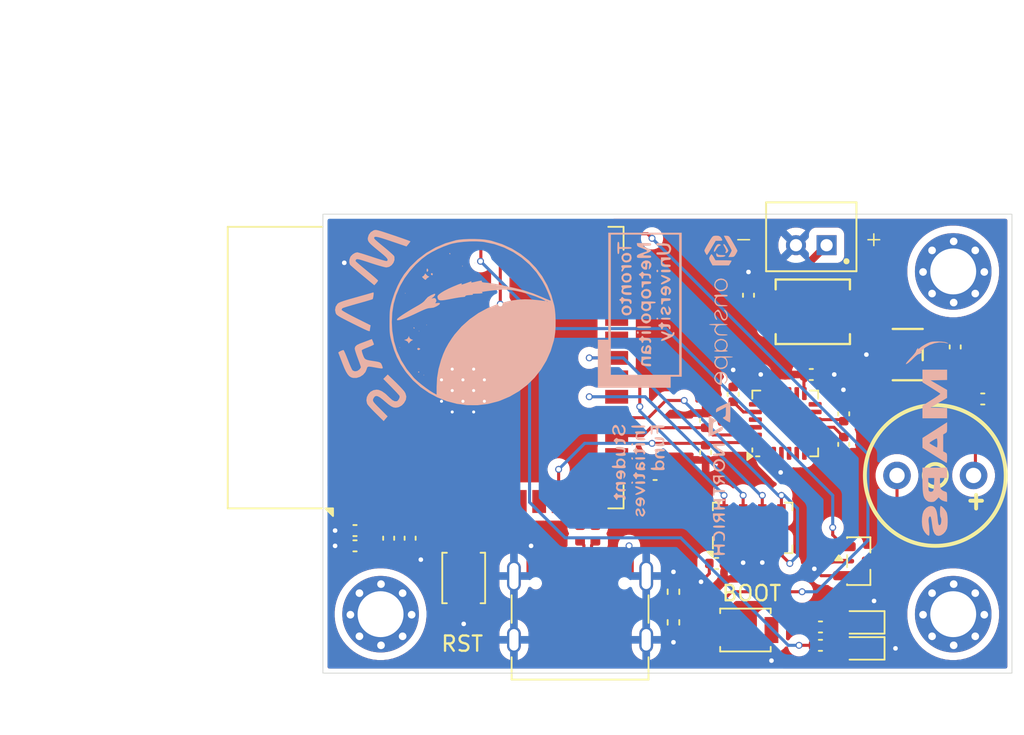
<source format=kicad_pcb>
(kicad_pcb (version 20241229) (generator "pcbnew") (generator_version "9.0")
  (title_block (title "MARS F25 Board") (date "2025-11-07") (rev "v1.0.1") (company "Metropolitan Aerospace Rocket Society") (comment 1 "Author: Anthony Dalgliesh"))
  (layers (0 "F.Cu" signal) (2 "B.Cu" signal) (13 "F.Paste" user) (15 "B.Paste" user) (5 "F.SilkS" user "F.Silkscreen") (7 "B.SilkS" user "B.Silkscreen") (1 "F.Mask" user) (3 "B.Mask" user) (25 "Edge.Cuts" user))
  (net 0 "")
  (net 1 "+3V3")
  (net 2 "Net-(U2-CPOUT)")
  (net 3 "Net-(U2-REGOUT)")
  (net 4 "BAT+")
  (net 5 "BAT-")
  (net 6 "Net-(LS1-Pad1)")
  (net 7 "Net-(Q1-D)")
  (net 8 "/SDA")
  (net 9 "/SCL")
  (net 24 "/MOSI")
  (net 25 "/ESP_EN")
  (net 26 "/ESP_IO0")
  (net 27 "Net-(U5-VIN)")
  (net 28 "Net-(D1-A)")
  (net 29 "Net-(D2-A)")
  (net 30 "Net-(J4-CC1)")
  (net 33 "USB_D-")
  (net 36 "USB_D+")
  (net 40 "Net-(J4-CC2)")
  (net 41 "/BUZZER")
  (net 42 "/LED")
  (net 43 "Net-(U4-GPIO3)")
  (net 56 "/SCK")
  (net 59 "/CS")
  (net 65 "/MISO")
  (footprint "Capacitor_SMD:C_0402_1005Metric" (layer "F.Cu") (at 161.42 108.15 180)
    (property "Reference" "C9" (hide yes))
    (property "Value" "0.1uF")
    (pad "1" smd roundrect (at -0.48 0 180) (size 0.56 0.62) (layers "F.Cu" "F.Mask" "F.Paste") (net 1 "+3V3"))
    (pad "2" smd roundrect (at 0.48 0 180) (size 0.56 0.62) (layers "F.Cu" "F.Mask" "F.Paste") (net 5 "BAT-"))
  )
  (footprint "Capacitor_SMD:C_0402_1005Metric" (layer "F.Cu") (at 160.7 100.9 90)
    (property "Reference" "R2" (hide yes))
    (property "Value" "4.7k" (hide yes))
    (pad "1" smd roundrect (at -0.48 0 90) (size 0.56 0.62) (layers "F.Cu" "F.Mask" "F.Paste") (net 1 "+3V3"))
    (pad "2" smd roundrect (at 0.48 0 90) (size 0.56 0.62) (layers "F.Cu" "F.Mask" "F.Paste") (net 8 "/SDA"))
  )
  (footprint "Sensor_Motion:InvenSense_QFN-24_4x4mm_P0.5mm" (layer "F.Cu") (at 165.9 99 90)
    (property "Reference" "U2" (hide yes))
    (property "Value" "MPU-6050" (hide yes))
    (pad "1" smd roundrect (at -1.95 -1.25 90) (size 0.85 0.3) (layers "F.Cu" "F.Mask" "F.Paste") (net 5 "BAT-"))
    (pad "2" smd roundrect (at -1.95 -0.75 90) (size 0.85 0.3) (layers "F.Cu" "F.Mask" "F.Paste"))
    (pad "3" smd roundrect (at -1.95 -0.25 90) (size 0.85 0.3) (layers "F.Cu" "F.Mask" "F.Paste"))
    (pad "4" smd roundrect (at -1.95 0.25 90) (size 0.85 0.3) (layers "F.Cu" "F.Mask" "F.Paste"))
    (pad "5" smd roundrect (at -1.95 0.75 90) (size 0.85 0.3) (layers "F.Cu" "F.Mask" "F.Paste"))
    (pad "6" smd roundrect (at -1.95 1.25 90) (size 0.85 0.3) (layers "F.Cu" "F.Mask" "F.Paste"))
    (pad "7" smd roundrect (at -1.25 1.95 180) (size 0.85 0.3) (layers "F.Cu" "F.Mask" "F.Paste"))
    (pad "8" smd roundrect (at -0.75 1.95 180) (size 0.85 0.3) (layers "F.Cu" "F.Mask" "F.Paste") (net 1 "+3V3"))
    (pad "9" smd roundrect (at -0.25 1.95 180) (size 0.85 0.3) (layers "F.Cu" "F.Mask" "F.Paste") (net 5 "BAT-"))
    (pad "10" smd roundrect (at 0.25 1.95 180) (size 0.85 0.3) (layers "F.Cu" "F.Mask" "F.Paste") (net 3 "Net-(U2-REGOUT)"))
    (pad "11" smd roundrect (at 0.75 1.95 180) (size 0.85 0.3) (layers "F.Cu" "F.Mask" "F.Paste") (net 5 "BAT-"))
    (pad "12" smd roundrect (at 1.25 1.95 180) (size 0.85 0.3) (layers "F.Cu" "F.Mask" "F.Paste"))
    (pad "13" smd roundrect (at 1.95 1.25 90) (size 0.85 0.3) (layers "F.Cu" "F.Mask" "F.Paste") (net 1 "+3V3"))
    (pad "14" smd roundrect (at 1.95 0.75 90) (size 0.85 0.3) (layers "F.Cu" "F.Mask" "F.Paste"))
    (pad "15" smd roundrect (at 1.95 0.25 90) (size 0.85 0.3) (layers "F.Cu" "F.Mask" "F.Paste"))
    (pad "16" smd roundrect (at 1.95 -0.25 90) (size 0.85 0.3) (layers "F.Cu" "F.Mask" "F.Paste"))
    (pad "17" smd roundrect (at 1.95 -0.75 90) (size 0.85 0.3) (layers "F.Cu" "F.Mask" "F.Paste"))
    (pad "18" smd roundrect (at 1.95 -1.25 90) (size 0.85 0.3) (layers "F.Cu" "F.Mask" "F.Paste") (net 5 "BAT-"))
    (pad "19" smd roundrect (at 1.25 -1.95 180) (size 0.85 0.3) (layers "F.Cu" "F.Mask" "F.Paste"))
    (pad "20" smd roundrect (at 0.75 -1.95 180) (size 0.85 0.3) (layers "F.Cu" "F.Mask" "F.Paste") (net 2 "Net-(U2-CPOUT)"))
    (pad "21" smd roundrect (at 0.25 -1.95 180) (size 0.85 0.3) (layers "F.Cu" "F.Mask" "F.Paste"))
    (pad "22" smd roundrect (at -0.25 -1.95 180) (size 0.85 0.3) (layers "F.Cu" "F.Mask" "F.Paste"))
    (pad "23" smd roundrect (at -0.75 -1.95 180) (size 0.85 0.3) (layers "F.Cu" "F.Mask" "F.Paste") (net 9 "/SCL"))
    (pad "24" smd roundrect (at -1.25 -1.95 180) (size 0.85 0.3) (layers "F.Cu" "F.Mask" "F.Paste") (net 8 "/SDA"))
    (zone (net 0) (net_name "") (layer "F.Cu") (connect_pads (clearance 0)) (min_thickness 0.254)
      (keepout (tracks not_allowed) (vias not_allowed) (pads not_allowed) (copperpour not_allowed) (footprints allowed))
      (fill (thermal_gap 0.508) (thermal_bridge_width 0.508))
      (polygon (pts (xy 164.575 100.375) (xy 164.575 97.625) (xy 167.225 97.625) (xy 167.225 100.375)))
    )
  )
  (footprint "Mount:hole" (layer "F.Cu") (at 139.5 111.5)
    (property "Reference" "H3" (hide yes))
    (property "Value" "MountingHole" (hide yes))
    (pad "1" thru_hole circle (at -2 0 90) (size 0.6 0.6) (drill 0.5) (layers "*.Cu" "*.Mask"))
    (pad "1" thru_hole circle (at -1.41 -1.41 135) (size 0.6 0.6) (drill 0.5) (layers "*.Cu" "*.Mask"))
    (pad "1" thru_hole circle (at -1.41 1.41 225) (size 0.6 0.6) (drill 0.5) (layers "*.Cu" "*.Mask"))
    (pad "1" thru_hole circle (at -0.03 -0.035 90) (size 5 5) (drill 3) (layers "*.Cu" "*.Mask"))
    (pad "1" thru_hole circle (at 0 -2 225) (size 0.6 0.6) (drill 0.5) (layers "*.Cu" "*.Mask"))
    (pad "1" thru_hole circle (at 0 2 90) (size 0.6 0.6) (drill 0.5) (layers "*.Cu" "*.Mask"))
    (pad "1" thru_hole circle (at 1.41 -1.41 180) (size 0.6 0.6) (drill 0.5) (layers "*.Cu" "*.Mask"))
    (pad "1" thru_hole circle (at 1.41 1.41 90) (size 0.6 0.6) (drill 0.5) (layers "*.Cu" "*.Mask"))
    (pad "1" thru_hole circle (at 2 0 90) (size 0.6 0.6) (drill 0.5) (layers "*.Cu" "*.Mask"))
  )
  (footprint "RF_Module:ESP32-S3-WROOM-1" (layer "F.Cu") (at 142.39 95.35 90)
    (property "Reference" "U4" (hide yes))
    (property "Value" "ESP32-S3-WROOM-1-N8")
    (pad "1" smd rect (at -8.75 -5.26 90) (size 1.5 0.9) (layers "F.Cu" "F.Mask" "F.Paste") (net 5 "BAT-"))
    (pad "2" smd rect (at -8.75 -3.99 90) (size 1.5 0.9) (layers "F.Cu" "F.Mask" "F.Paste") (net 1 "+3V3"))
    (pad "3" smd rect (at -8.75 -2.72 90) (size 1.5 0.9) (layers "F.Cu" "F.Mask" "F.Paste") (net 25 "/ESP_EN"))
    (pad "4" smd rect (at -8.75 -1.45 90) (size 1.5 0.9) (layers "F.Cu" "F.Mask" "F.Paste"))
    (pad "5" smd rect (at -8.75 -0.18 90) (size 1.5 0.9) (layers "F.Cu" "F.Mask" "F.Paste"))
    (pad "6" smd rect (at -8.75 1.09 90) (size 1.5 0.9) (layers "F.Cu" "F.Mask" "F.Paste"))
    (pad "7" smd rect (at -8.75 2.36 90) (size 1.5 0.9) (layers "F.Cu" "F.Mask" "F.Paste"))
    (pad "8" smd rect (at -8.75 3.63 90) (size 1.5 0.9) (layers "F.Cu" "F.Mask" "F.Paste"))
    (pad "9" smd rect (at -8.75 4.9 90) (size 1.5 0.9) (layers "F.Cu" "F.Mask" "F.Paste"))
    (pad "10" smd rect (at -8.75 6.17 90) (size 1.5 0.9) (layers "F.Cu" "F.Mask" "F.Paste"))
    (pad "11" smd rect (at -8.75 7.44 90) (size 1.5 0.9) (layers "F.Cu" "F.Mask" "F.Paste"))
    (pad "12" smd rect (at -8.75 8.71 90) (size 1.5 0.9) (layers "F.Cu" "F.Mask" "F.Paste") (net 8 "/SDA"))
    (pad "13" smd rect (at -8.75 9.98 90) (size 1.5 0.9) (layers "F.Cu" "F.Mask" "F.Paste") (net 33 "USB_D-"))
    (pad "14" smd rect (at -8.75 11.25 270) (size 1.5 0.9) (layers "F.Cu" "F.Mask" "F.Paste") (net 36 "USB_D+"))
    (pad "15" smd rect (at -6.985 12.5) (size 1.5 0.9) (layers "F.Cu" "F.Mask" "F.Paste") (net 43 "Net-(U4-GPIO3)"))
    (pad "16" smd rect (at -5.715 12.5) (size 1.5 0.9) (layers "F.Cu" "F.Mask" "F.Paste"))
    (pad "17" smd rect (at -4.445 12.5) (size 1.5 0.9) (layers "F.Cu" "F.Mask" "F.Paste") (net 9 "/SCL"))
    (pad "18" smd rect (at -3.175 12.5) (size 1.5 0.9) (layers "F.Cu" "F.Mask" "F.Paste") (net 59 "/CS"))
    (pad "19" smd rect (at -1.905 12.5) (size 1.5 0.9) (layers "F.Cu" "F.Mask" "F.Paste") (net 24 "/MOSI"))
    (pad "20" smd rect (at -0.635 12.5) (size 1.5 0.9) (layers "F.Cu" "F.Mask" "F.Paste") (net 56 "/SCK"))
    (pad "21" smd rect (at 0.635 12.5) (size 1.5 0.9) (layers "F.Cu" "F.Mask" "F.Paste") (net 65 "/MISO"))
    (pad "22" smd rect (at 1.905 12.5) (size 1.5 0.9) (layers "F.Cu" "F.Mask" "F.Paste"))
    (pad "23" smd rect (at 3.175 12.5) (size 1.5 0.9) (layers "F.Cu" "F.Mask" "F.Paste"))
    (pad "24" smd rect (at 4.445 12.5) (size 1.5 0.9) (layers "F.Cu" "F.Mask" "F.Paste"))
    (pad "25" smd rect (at 5.715 12.5) (size 1.5 0.9) (layers "F.Cu" "F.Mask" "F.Paste"))
    (pad "26" smd rect (at 6.985 12.5) (size 1.5 0.9) (layers "F.Cu" "F.Mask" "F.Paste"))
    (pad "27" smd rect (at 8.75 11.25 90) (size 1.5 0.9) (layers "F.Cu" "F.Mask" "F.Paste") (net 26 "/ESP_IO0"))
    (pad "28" smd rect (at 8.75 9.98 90) (size 1.5 0.9) (layers "F.Cu" "F.Mask" "F.Paste"))
    (pad "29" smd rect (at 8.75 8.71 90) (size 1.5 0.9) (layers "F.Cu" "F.Mask" "F.Paste"))
    (pad "30" smd rect (at 8.75 7.44 90) (size 1.5 0.9) (layers "F.Cu" "F.Mask" "F.Paste"))
    (pad "31" smd rect (at 8.75 6.17 90) (size 1.5 0.9) (layers "F.Cu" "F.Mask" "F.Paste"))
    (pad "32" smd rect (at 8.75 4.9 90) (size 1.5 0.9) (layers "F.Cu" "F.Mask" "F.Paste") (net 42 "/LED"))
    (pad "33" smd rect (at 8.75 3.63 90) (size 1.5 0.9) (layers "F.Cu" "F.Mask" "F.Paste") (net 41 "/BUZZER"))
    (pad "34" smd rect (at 8.75 2.36 90) (size 1.5 0.9) (layers "F.Cu" "F.Mask" "F.Paste"))
    (pad "35" smd rect (at 8.75 1.09 90) (size 1.5 0.9) (layers "F.Cu" "F.Mask" "F.Paste"))
    (pad "36" smd rect (at 8.75 -0.18 90) (size 1.5 0.9) (layers "F.Cu" "F.Mask" "F.Paste"))
    (pad "37" smd rect (at 8.75 -1.45 90) (size 1.5 0.9) (layers "F.Cu" "F.Mask" "F.Paste"))
    (pad "38" smd rect (at 8.75 -2.72 90) (size 1.5 0.9) (layers "F.Cu" "F.Mask" "F.Paste"))
    (pad "39" smd rect (at 8.75 -3.99 90) (size 1.5 0.9) (layers "F.Cu" "F.Mask" "F.Paste"))
    (pad "40" smd rect (at 8.75 -5.26 90) (size 1.5 0.9) (layers "F.Cu" "F.Mask" "F.Paste") (net 5 "BAT-"))
    (pad "41" thru_hole circle (at -2.9 1.76 180) (size 0.6 0.6) (drill 0.2) (property pad_prop_heatsink) (layers "*.Cu" "F.Mask") (net 5 "BAT-"))
    (pad "41" thru_hole circle (at -2.9 3.16 90) (size 0.6 0.6) (drill 0.2) (property pad_prop_heatsink) (layers "*.Cu" "F.Mask") (net 5 "BAT-"))
    (pad "41" thru_hole circle (at -2.2 1.06 90) (size 0.6 0.6) (drill 0.2) (property pad_prop_heatsink) (layers "*.Cu" "F.Mask") (net 5 "BAT-"))
    (pad "41" thru_hole circle (at -2.2 2.46 90) (size 0.6 0.6) (drill 0.2) (property pad_prop_heatsink) (layers "*.Cu" "F.Mask") (net 5 "BAT-"))
    (pad "41" thru_hole circle (at -2.2 3.86 90) (size 0.6 0.6) (drill 0.2) (property pad_prop_heatsink) (layers "*.Cu" "F.Mask") (net 5 "BAT-"))
    (pad "41" thru_hole circle (at -1.5 1.76 90) (size 0.6 0.6) (drill 0.2) (property pad_prop_heatsink) (layers "*.Cu" "F.Mask") (net 5 "BAT-"))
    (pad "41" smd rect (at -1.5 2.46) (size 3.9 3.9) (property pad_prop_heatsink) (layers "F.Cu" "F.Mask") (net 5 "BAT-"))
    (pad "41" thru_hole circle (at -1.5 3.16 90) (size 0.6 0.6) (drill 0.2) (property pad_prop_heatsink) (layers "*.Cu" "F.Mask") (net 5 "BAT-"))
    (pad "41" thru_hole circle (at -0.8 1.06 90) (size 0.6 0.6) (drill 0.2) (property pad_prop_heatsink) (layers "*.Cu" "F.Mask") (net 5 "BAT-"))
    (pad "41" thru_hole circle (at -0.8 2.46 90) (size 0.6 0.6) (drill 0.2) (property pad_prop_heatsink) (layers "*.Cu" "F.Mask") (net 5 "BAT-"))
    (pad "41" thru_hole circle (at -0.8 3.86 90) (size 0.6 0.6) (drill 0.2) (property pad_prop_heatsink) (layers "*.Cu" "F.Mask") (net 5 "BAT-"))
    (pad "41" thru_hole circle (at -0.1 1.76 90) (size 0.6 0.6) (drill 0.2) (property pad_prop_heatsink) (layers "*.Cu" "F.Mask") (net 5 "BAT-"))
    (pad "41" thru_hole circle (at -0.1 3.16 90) (size 0.6 0.6) (drill 0.2) (property pad_prop_heatsink) (layers "*.Cu" "F.Mask") (net 5 "BAT-"))
    (zone (net 0) (net_name "") (layers "F.Cu" "B.Cu") (connect_pads (clearance 0)) (min_thickness 0.254)
      (keepout (tracks not_allowed) (vias not_allowed) (pads not_allowed) (copperpour not_allowed) (footprints not_allowed))
      (fill (thermal_gap 0.508) (thermal_bridge_width 0.508))
      (polygon (pts (xy 135.64 119.35) (xy 135.64 71.35) (xy 114.64 71.35) (xy 114.64 119.35)))
    )
  )
  (footprint "B2B-PH-K-S:JST_B2B-PH-K-S" (layer "F.Cu") (at 167.6 86.8)
    (property "Reference" "J3" (hide yes))
    (property "Value" "B2B-PH-K-S" (hide yes))
    (pad "1" thru_hole rect (at 1 0.55) (size 1.308 1.308) (drill 0.8) (layers "*.Cu" "*.Mask") (net 4 "BAT+"))
    (pad "2" thru_hole circle (at -1 0.55) (size 1.308 1.308) (drill 0.8) (layers "*.Cu" "*.Mask") (net 5 "BAT-"))
  )
  (footprint "Resistor_SMD:R_0402_1005Metric" (layer "F.Cu") (at 158.6 112 90)
    (property "Reference" "R6" (hide yes))
    (property "Value" "5.1k" (hide yes))
    (pad "1" smd roundrect (at -0.509999 0 90) (size 0.54 0.64) (layers "F.Cu" "F.Mask" "F.Paste") (net 5 "BAT-"))
    (pad "2" smd roundrect (at 0.509999 0 90) (size 0.54 0.64) (layers "F.Cu" "F.Mask" "F.Paste") (net 30 "Net-(J4-CC1)"))
  )
  (footprint "Connector_USB:USB_C_Receptacle_Palconn_UTC16-G" (layer "F.Cu") (at 152.5 110.9)
    (property "Reference" "J4" (hide yes))
    (property "Value" "USB_C_Receptacle_USB2.0_16P")
    (pad "" np_thru_hole circle (at -2.89 -1.45 180) (size 0.6 0.6) (drill 0.6) (layers "*.Cu" "*.Mask"))
    (pad "" np_thru_hole circle (at 2.89 -1.45 180) (size 0.6 0.6) (drill 0.6) (layers "*.Cu" "*.Mask"))
    (pad "A1" smd rect (at -3.2 -2.51) (size 0.6 1.16) (layers "F.Cu" "F.Mask" "F.Paste") (net 5 "BAT-"))
    (pad "A4" smd rect (at -2.4 -2.51) (size 0.6 1.16) (layers "F.Cu" "F.Mask" "F.Paste"))
    (pad "A5" smd rect (at -1.25 -2.51 180) (size 0.3 1.16) (layers "F.Cu" "F.Mask" "F.Paste") (net 30 "Net-(J4-CC1)"))
    (pad "A6" smd rect (at -0.25 -2.51 180) (size 0.3 1.16) (layers "F.Cu" "F.Mask" "F.Paste") (net 36 "USB_D+"))
    (pad "A7" smd rect (at 0.25 -2.51 180) (size 0.3 1.16) (layers "F.Cu" "F.Mask" "F.Paste") (net 33 "USB_D-"))
    (pad "A8" smd rect (at 1.25 -2.51 180) (size 0.3 1.16) (layers "F.Cu" "F.Mask" "F.Paste"))
    (pad "A9" smd rect (at 2.4 -2.51) (size 0.6 1.16) (layers "F.Cu" "F.Mask" "F.Paste"))
    (pad "A12" smd rect (at 3.2 -2.51) (size 0.6 1.16) (layers "F.Cu" "F.Mask" "F.Paste") (net 5 "BAT-"))
    (pad "B1" smd rect (at 3.2 -2.51) (size 0.6 1.16) (layers "F.Cu" "F.Mask" "F.Paste") (net 5 "BAT-"))
    (pad "B4" smd rect (at 2.4 -2.51) (size 0.6 1.16) (layers "F.Cu" "F.Mask" "F.Paste"))
    (pad "B5" smd rect (at 1.75 -2.51 180) (size 0.3 1.16) (layers "F.Cu" "F.Mask" "F.Paste") (net 40 "Net-(J4-CC2)"))
    (pad "B6" smd rect (at 0.75 -2.51 180) (size 0.3 1.16) (layers "F.Cu" "F.Mask" "F.Paste") (net 36 "USB_D+"))
    (pad "B7" smd rect (at -0.75 -2.51 180) (size 0.3 1.16) (layers "F.Cu" "F.Mask" "F.Paste") (net 33 "USB_D-"))
    (pad "B8" smd rect (at -1.75 -2.51 180) (size 0.3 1.16) (layers "F.Cu" "F.Mask" "F.Paste"))
    (pad "B9" smd rect (at -2.4 -2.51) (size 0.6 1.16) (layers "F.Cu" "F.Mask" "F.Paste"))
    (pad "B12" smd rect (at -3.2 -2.51) (size 0.6 1.16) (layers "F.Cu" "F.Mask" "F.Paste") (net 5 "BAT-"))
    (pad "S1" thru_hole oval (at -4.32 -1.93 90) (size 2 0.9) (drill oval 1.7 0.6) (property pad_prop_heatsink) (layers "*.Cu" "*.Mask") (net 5 "BAT-"))
    (pad "S1" thru_hole oval (at -4.32 2.24 90) (size 1.7 0.9) (drill oval 1.4 0.6) (property pad_prop_heatsink) (layers "*.Cu" "*.Mask") (net 5 "BAT-"))
    (pad "S1" thru_hole oval (at 4.32 -1.93 90) (size 2 0.9) (drill oval 1.7 0.6) (property pad_prop_heatsink) (layers "*.Cu" "*.Mask") (net 5 "BAT-"))
    (pad "S1" thru_hole oval (at 4.32 2.24 90) (size 1.7 0.9) (drill oval 1.4 0.6) (property pad_prop_heatsink) (layers "*.Cu" "*.Mask") (net 5 "BAT-"))
  )
  (footprint "Capacitor_SMD:C_0402_1005Metric" (layer "F.Cu") (at 168.2 112.3)
    (property "Reference" "R7" (hide yes))
    (property "Value" "1.5k" (hide yes))
    (pad "1" smd roundrect (at -0.48 0) (size 0.56 0.62) (layers "F.Cu" "F.Mask" "F.Paste") (net 1 "+3V3"))
    (pad "2" smd roundrect (at 0.48 0) (size 0.56 0.62) (layers "F.Cu" "F.Mask" "F.Paste") (net 29 "Net-(D2-A)"))
  )
  (footprint "Capacitor_SMD:C_0402_1005Metric" (layer "F.Cu") (at 157.4 102.335)
    (property "Reference" "R5" (hide yes))
    (property "Value" "10k" (hide yes))
    (pad "1" smd roundrect (at -0.48 0) (size 0.56 0.62) (layers "F.Cu" "F.Mask" "F.Paste") (net 43 "Net-(U4-GPIO3)"))
    (pad "2" smd roundrect (at 0.48 0) (size 0.56 0.62) (layers "F.Cu" "F.Mask" "F.Paste") (net 1 "+3V3"))
  )
  (footprint "Capacitor_SMD:C_0402_1005Metric" (layer "F.Cu") (at 137.8 106)
    (property "Reference" "C1" (hide yes))
    (property "Value" "10uF" (hide yes))
    (pad "1" smd roundrect (at -0.48 0) (size 0.56 0.62) (layers "F.Cu" "F.Mask" "F.Paste") (net 5 "BAT-"))
    (pad "2" smd roundrect (at 0.48 0) (size 0.56 0.62) (layers "F.Cu" "F.Mask" "F.Paste") (net 1 "+3V3"))
  )
  (footprint "Capacitor_SMD:C_0402_1005Metric" (layer "F.Cu") (at 160.7 98.8 -90)
    (property "Reference" "R3" (hide yes))
    (property "Value" "4.7k" (hide yes))
    (pad "1" smd roundrect (at -0.48 0 270) (size 0.56 0.62) (layers "F.Cu" "F.Mask" "F.Paste") (net 1 "+3V3"))
    (pad "2" smd roundrect (at 0.48 0 270) (size 0.56 0.62) (layers "F.Cu" "F.Mask" "F.Paste") (net 9 "/SCL"))
  )
  (footprint "Diode:DIODE_SMB_2L_ONS" (layer "F.Cu") (at 167.7 91.7 180)
    (property "Reference" "CR1" (hide yes))
    (property "Value" "MBRS130LT3G" (hide yes))
    (pad "1" smd rect (at -2.1717 0 180) (size 1.9558 2.2606) (layers "F.Cu" "F.Mask" "F.Paste") (net 27 "Net-(U5-VIN)"))
    (pad "2" smd rect (at 2.1717 0 180) (size 1.9558 2.2606) (layers "F.Cu" "F.Mask" "F.Paste") (net 4 "BAT+"))
    (zone (net 0) (net_name "") (layer "F.Cu") (connect_pads (clearance 0)) (min_thickness 0.254)
      (keepout (tracks not_allowed) (vias not_allowed) (pads allowed) (copperpour not_allowed) (footprints allowed))
      (fill (thermal_gap 0.508) (thermal_bridge_width 0.508))
      (polygon (pts (xy 168.843 93.6304) (xy 166.557 93.6304) (xy 166.557 89.7696) (xy 168.843 89.7696)))
    )
  )
  (footprint "HNB09A03:HNB09A03" (layer "F.Cu") (at 175.7 102.4 180)
    (property "Reference" "LS1" (hide yes))
    (property "Value" "HNB09A03" (hide yes))
    (pad "1" thru_hole circle (at -2.5003 0 180) (size 1.8 1.8) (drill 1 (offset 0.00031 0)) (layers "*.Cu" "*.Mask") (net 6 "Net-(LS1-Pad1)"))
    (pad "2" thru_hole circle (at 2.49979 0 180) (size 1.8 1.8) (drill 1 (offset 0.0002 0)) (layers "*.Cu" "*.Mask") (net 7 "Net-(Q1-D)"))
  )
  (footprint "Package_LGA:LGA-8_3x5mm_P1.25mm" (layer "F.Cu") (at 163.775 105.825 90)
    (property "Reference" "U1" (hide yes))
    (property "Value" "MS5611-01BA")
    (pad "1" smd rect (at -1.075 -1.875 90) (size 0.95 0.55) (layers "F.Cu" "F.Mask" "F.Paste") (net 1 "+3V3"))
    (pad "2" smd rect (at -1.075 -0.625 90) (size 0.95 0.55) (layers "F.Cu" "F.Mask" "F.Paste") (net 5 "BAT-"))
    (pad "3" smd rect (at -1.075 0.625 90) (size 0.95 0.55) (layers "F.Cu" "F.Mask" "F.Paste") (net 5 "BAT-"))
    (pad "4" smd rect (at -1.075 1.875 90) (size 0.95 0.55) (layers "F.Cu" "F.Mask" "F.Paste") (net 59 "/CS"))
    (pad "5" smd rect (at 1.075 1.875 90) (size 0.95 0.55) (layers "F.Cu" "F.Mask" "F.Paste") (net 59 "/CS"))
    (pad "6" smd rect (at 1.075 0.625 90) (size 0.95 0.55) (layers "F.Cu" "F.Mask" "F.Paste") (net 65 "/MISO"))
    (pad "7" smd rect (at 1.075 -0.625 90) (size 0.95 0.55) (layers "F.Cu" "F.Mask" "F.Paste") (net 24 "/MOSI"))
    (pad "8" smd rect (at 1.075 -1.875 90) (size 0.95 0.55) (layers "F.Cu" "F.Mask" "F.Paste") (net 56 "/SCK"))
  )
  (footprint "Package_TO_SOT_SMD:SOT-23" (layer "F.Cu") (at 170.7 108)
    (property "Reference" "Q1" (hide yes))
    (property "Value" "IRLML6244")
    (pad "1" smd roundrect (at -0.9375 -0.95) (size 1.475 0.6) (layers "F.Cu" "F.Mask" "F.Paste") (net 41 "/BUZZER"))
    (pad "2" smd roundrect (at -0.9375 0.95) (size 1.475 0.6) (layers "F.Cu" "F.Mask" "F.Paste") (net 5 "BAT-"))
    (pad "3" smd roundrect (at 0.9375 0) (size 1.475 0.6) (layers "F.Cu" "F.Mask" "F.Paste") (net 7 "Net-(Q1-D)"))
  )
  (footprint "LED_SMD:LED_0603_1608Metric" (layer "F.Cu") (at 170.9 112 180)
    (property "Reference" "D2" (hide yes))
    (property "Value" "LED" (hide yes))
    (pad "1" smd roundrect (at -0.787501 0 180) (size 0.875 0.95) (layers "F.Cu" "F.Mask" "F.Paste") (net 5 "BAT-"))
    (pad "2" smd roundrect (at 0.787501 0 180) (size 0.875 0.95) (layers "F.Cu" "F.Mask" "F.Paste") (net 29 "Net-(D2-A)"))
  )
  (footprint "Capacitor_SMD:C_0402_1005Metric" (layer "F.Cu") (at 169.719999 98.37 90)
    (property "Reference" "C7" (hide yes))
    (property "Value" "0.1uF" (hide yes))
    (pad "1" smd roundrect (at -0.48 0 90) (size 0.56 0.62) (layers "F.Cu" "F.Mask" "F.Paste") (net 3 "Net-(U2-REGOUT)"))
    (pad "2" smd roundrect (at 0.48 0 90) (size 0.56 0.62) (layers "F.Cu" "F.Mask" "F.Paste") (net 5 "BAT-"))
  )
  (footprint "Capacitor_SMD:C_0402_1005Metric" (layer "F.Cu") (at 168.2 113.5)
    (property "Reference" "R1" (hide yes))
    (property "Value" "2k" (hide yes))
    (pad "1" smd roundrect (at -0.48 0) (size 0.56 0.62) (layers "F.Cu" "F.Mask" "F.Paste") (net 42 "/LED"))
    (pad "2" smd roundrect (at 0.48 0) (size 0.56 0.62) (layers "F.Cu" "F.Mask" "F.Paste") (net 28 "Net-(D1-A)"))
  )
  (footprint "Button_Switch_SMD:SW_SPST_B3U-1000P" (layer "F.Cu") (at 144.9 109.1 90)
    (property "Reference" "SW1" (hide yes))
    (property "Value" "RESET" (hide yes))
    (pad "1" smd rect (at -1.700001 0 90) (size 0.9 1.7) (layers "F.Cu" "F.Mask" "F.Paste") (net 5 "BAT-"))
    (pad "2" smd rect (at 1.700001 0 90) (size 0.9 1.7) (layers "F.Cu" "F.Mask" "F.Paste") (net 25 "/ESP_EN"))
  )
  (footprint "Mount:hole" (layer "F.Cu") (at 176.9 89.1)
    (property "Reference" "H1" (hide yes))
    (property "Value" "MountingHole" (hide yes))
    (pad "1" thru_hole circle (at -2 0 90) (size 0.6 0.6) (drill 0.5) (layers "*.Cu" "*.Mask"))
    (pad "1" thru_hole circle (at -1.41 -1.41 135) (size 0.6 0.6) (drill 0.5) (layers "*.Cu" "*.Mask"))
    (pad "1" thru_hole circle (at -1.41 1.41 225) (size 0.6 0.6) (drill 0.5) (layers "*.Cu" "*.Mask"))
    (pad "1" thru_hole circle (at -0.03 -0.035 90) (size 5 5) (drill 3) (layers "*.Cu" "*.Mask"))
    (pad "1" thru_hole circle (at 0 -2 225) (size 0.6 0.6) (drill 0.5) (layers "*.Cu" "*.Mask"))
    (pad "1" thru_hole circle (at 0 2 90) (size 0.6 0.6) (drill 0.5) (layers "*.Cu" "*.Mask"))
    (pad "1" thru_hole circle (at 1.41 -1.41 180) (size 0.6 0.6) (drill 0.5) (layers "*.Cu" "*.Mask"))
    (pad "1" thru_hole circle (at 1.41 1.41 90) (size 0.6 0.6) (drill 0.5) (layers "*.Cu" "*.Mask"))
    (pad "1" thru_hole circle (at 2 0 90) (size 0.6 0.6) (drill 0.5) (layers "*.Cu" "*.Mask"))
  )
  (footprint "Capacitor_SMD:C_0402_1005Metric" (layer "F.Cu") (at 140 106.5 -90)
    (property "Reference" "R11" (hide yes))
    (property "Value" "10k" (hide yes))
    (pad "1" smd roundrect (at -0.48 0 270) (size 0.56 0.62) (layers "F.Cu" "F.Mask" "F.Paste") (net 25 "/ESP_EN"))
    (pad "2" smd roundrect (at 0.48 0 270) (size 0.56 0.62) (layers "F.Cu" "F.Mask" "F.Paste") (net 1 "+3V3"))
  )
  (footprint "Capacitor_SMD:C_0402_1005Metric" (layer "F.Cu") (at 141.4 106.5 -90)
    (property "Reference" "C3" (hide yes))
    (property "Value" "1uF" (hide yes))
    (pad "1" smd roundrect (at -0.48 0 270) (size 0.56 0.62) (layers "F.Cu" "F.Mask" "F.Paste") (net 25 "/ESP_EN"))
    (pad "2" smd roundrect (at 0.48 0 270) (size 0.56 0.62) (layers "F.Cu" "F.Mask" "F.Paste") (net 5 "BAT-"))
  )
  (footprint "Capacitor_SMD:C_0402_1005Metric" (layer "F.Cu") (at 177 94 -90)
    (property "Reference" "C11" (hide yes))
    (property "Value" "1uF" (hide yes))
    (pad "1" smd roundrect (at -0.48 0 270) (size 0.56 0.62) (layers "F.Cu" "F.Mask" "F.Paste") (net 1 "+3V3"))
    (pad "2" smd roundrect (at 0.48 0 270) (size 0.56 0.62) (layers "F.Cu" "F.Mask" "F.Paste") (net 5 "BAT-"))
  )
  (footprint "LDO:SOT_RG1_DIO" (layer "F.Cu") (at 173.9 94.5)
    (property "Reference" "U5" (hide yes))
    (property "Value" "AP2112K-3.3" (hide yes))
    (pad "1" smd rect (at -1.35255 -0.950001) (size 1.0033 0.508) (layers "F.Cu" "F.Mask" "F.Paste") (net 27 "Net-(U5-VIN)"))
    (pad "2" smd rect (at -1.35255 0) (size 1.0033 0.508) (layers "F.Cu" "F.Mask" "F.Paste") (net 5 "BAT-"))
    (pad "3" smd rect (at -1.35255 0.950001) (size 1.0033 0.508) (layers "F.Cu" "F.Mask" "F.Paste") (net 1 "+3V3"))
    (pad "4" smd rect (at 1.35255 0.950001) (size 1.0033 0.508) (layers "F.Cu" "F.Mask" "F.Paste"))
    (pad "5" smd rect (at 1.35255 -0.950001) (size 1.0033 0.508) (layers "F.Cu" "F.Mask" "F.Paste") (net 1 "+3V3"))
  )
  (footprint "Capacitor_SMD:C_0402_1005Metric" (layer "F.Cu") (at 178.8002 97.4 180)
    (property "Reference" "R4" (hide yes))
    (property "Value" "1k" (hide yes))
    (pad "1" smd roundrect (at -0.48 0 180) (size 0.56 0.62) (layers "F.Cu" "F.Mask" "F.Paste") (net 1 "+3V3"))
    (pad "2" smd roundrect (at 0.48 0 180) (size 0.56 0.62) (layers "F.Cu" "F.Mask" "F.Paste") (net 6 "Net-(LS1-Pad1)"))
  )
  (footprint "Capacitor_SMD:C_0402_1005Metric" (layer "F.Cu") (at 169.719999 100.37 -90)
    (property "Reference" "C4" (hide yes))
    (property "Value" "10nF" (hide yes))
    (pad "1" smd roundrect (at -0.48 0 270) (size 0.56 0.62) (layers "F.Cu" "F.Mask" "F.Paste") (net 5 "BAT-"))
    (pad "2" smd roundrect (at 0.48 0 270) (size 0.56 0.62) (layers "F.Cu" "F.Mask" "F.Paste") (net 1 "+3V3"))
  )
  (footprint "Resistor_SMD:R_0402_1005Metric" (layer "F.Cu") (at 153.5 106.2 90)
    (property "Reference" "R16" (hide yes))
    (property "Value" "27" (hide yes))
    (pad "1" smd roundrect (at -0.509999 0 90) (size 0.54 0.64) (layers "F.Cu" "F.Mask" "F.Paste") (net 36 "USB_D+"))
    (pad "2" smd roundrect (at 0.509999 0 90) (size 0.54 0.64) (layers "F.Cu" "F.Mask" "F.Paste") (net 36 "USB_D+"))
  )
  (footprint "Button_Switch_SMD:SW_SPST_B3U-1000P" (layer "F.Cu") (at 163.3 112.5 180)
    (property "Reference" "SW2" (hide yes))
    (property "Value" "BOOT" (hide yes))
    (pad "1" smd rect (at -1.700001 0 180) (size 0.9 1.7) (layers "F.Cu" "F.Mask" "F.Paste") (net 5 "BAT-"))
    (pad "2" smd rect (at 1.700001 0 180) (size 0.9 1.7) (layers "F.Cu" "F.Mask" "F.Paste") (net 26 "/ESP_IO0"))
  )
  (footprint "Capacitor_SMD:C_0402_1005Metric" (layer "F.Cu") (at 137.8 107)
    (property "Reference" "C2" (hide yes))
    (property "Value" "0.1uF" (hide yes))
    (pad "1" smd roundrect (at -0.48 0) (size 0.56 0.62) (layers "F.Cu" "F.Mask" "F.Paste") (net 5 "BAT-"))
    (pad "2" smd roundrect (at 0.48 0) (size 0.56 0.62) (layers "F.Cu" "F.Mask" "F.Paste") (net 1 "+3V3"))
  )
  (footprint "Capacitor_SMD:C_0402_1005Metric" (layer "F.Cu") (at 163.5 90.62 90)
    (property "Reference" "C10" (hide yes))
    (property "Value" "1uF" (hide yes))
    (pad "1" smd roundrect (at -0.48 0 90) (size 0.56 0.62) (layers "F.Cu" "F.Mask" "F.Paste") (net 4 "BAT+"))
    (pad "2" smd roundrect (at 0.48 0 90) (size 0.56 0.62) (layers "F.Cu" "F.Mask" "F.Paste") (net 5 "BAT-"))
  )
  (footprint "Resistor_SMD:R_0402_1005Metric" (layer "F.Cu") (at 158.6 110 90)
    (property "Reference" "R12" (hide yes))
    (property "Value" "5.1k" (hide yes))
    (pad "1" smd roundrect (at -0.509999 0 90) (size 0.54 0.64) (layers "F.Cu" "F.Mask" "F.Paste") (net 40 "Net-(J4-CC2)"))
    (pad "2" smd roundrect (at 0.509999 0 90) (size 0.54 0.64) (layers "F.Cu" "F.Mask" "F.Paste") (net 5 "BAT-"))
  )
  (footprint "Capacitor_SMD:C_0402_1005Metric" (layer "F.Cu") (at 162.5 97.1 90)
    (property "Reference" "C6" (hide yes))
    (property "Value" "2.2nF" (hide yes))
    (pad "1" smd roundrect (at -0.48 0 90) (size 0.56 0.62) (layers "F.Cu" "F.Mask" "F.Paste") (net 2 "Net-(U2-CPOUT)"))
    (pad "2" smd roundrect (at 0.48 0 90) (size 0.56 0.62) (layers "F.Cu" "F.Mask" "F.Paste") (net 5 "BAT-"))
  )
  (footprint "Capacitor_SMD:C_0402_1005Metric" (layer "F.Cu") (at 167.6 95.8 180)
    (property "Reference" "C5" (hide yes))
    (property "Value" "0.1uF" (hide yes))
    (pad "1" smd roundrect (at -0.48 0 180) (size 0.56 0.62) (layers "F.Cu" "F.Mask" "F.Paste") (net 5 "BAT-"))
    (pad "2" smd roundrect (at 0.48 0 180) (size 0.56 0.62) (layers "F.Cu" "F.Mask" "F.Paste") (net 1 "+3V3"))
  )
  (footprint "LED_SMD:LED_0603_1608Metric" (layer "F.Cu") (at 170.9 113.7 180)
    (property "Reference" "D1" (hide yes))
    (property "Value" "LED" (hide yes))
    (pad "1" smd roundrect (at -0.787501 0 180) (size 0.875 0.95) (layers "F.Cu" "F.Mask" "F.Paste") (net 5 "BAT-"))
    (pad "2" smd roundrect (at 0.787501 0 180) (size 0.875 0.95) (layers "F.Cu" "F.Mask" "F.Paste") (net 28 "Net-(D1-A)"))
  )
  (footprint "Mount:hole" (layer "F.Cu") (at 176.9 111.5)
    (property "Reference" "H2" (hide yes))
    (property "Value" "MountingHole" (hide yes))
    (pad "1" thru_hole circle (at -2 0 90) (size 0.6 0.6) (drill 0.5) (layers "*.Cu" "*.Mask"))
    (pad "1" thru_hole circle (at -1.41 -1.41 135) (size 0.6 0.6) (drill 0.5) (layers "*.Cu" "*.Mask"))
    (pad "1" thru_hole circle (at -1.41 1.41 225) (size 0.6 0.6) (drill 0.5) (layers "*.Cu" "*.Mask"))
    (pad "1" thru_hole circle (at -0.03 -0.035 90) (size 5 5) (drill 3) (layers "*.Cu" "*.Mask"))
    (pad "1" thru_hole circle (at 0 -2 225) (size 0.6 0.6) (drill 0.5) (layers "*.Cu" "*.Mask"))
    (pad "1" thru_hole circle (at 0 2 90) (size 0.6 0.6) (drill 0.5) (layers "*.Cu" "*.Mask"))
    (pad "1" thru_hole circle (at 1.41 -1.41 180) (size 0.6 0.6) (drill 0.5) (layers "*.Cu" "*.Mask"))
    (pad "1" thru_hole circle (at 1.41 1.41 90) (size 0.6 0.6) (drill 0.5) (layers "*.Cu" "*.Mask"))
    (pad "1" thru_hole circle (at 2 0 90) (size 0.6 0.6) (drill 0.5) (layers "*.Cu" "*.Mask"))
  )
  (footprint "Resistor_SMD:R_0402_1005Metric" (layer "F.Cu") (at 152.5 106.2 90)
    (property "Reference" "R17" (hide yes))
    (property "Value" "27" (hide yes))
    (pad "1" smd roundrect (at -0.509999 0 90) (size 0.54 0.64) (layers "F.Cu" "F.Mask" "F.Paste") (net 33 "USB_D-"))
    (pad "2" smd roundrect (at 0.509999 0 90) (size 0.54 0.64) (layers "F.Cu" "F.Mask" "F.Paste") (net 33 "USB_D-"))
  )
  (footprint "LOGO" (layer "B.Cu") (at 161.7 91.6 -90)
    (property "Reference" "G***" (hide yes))
    (property "Value" "LOGO" (hide yes))
  )
  (footprint "LOGO" (layer "B.Cu") (at 156.4 91.6 -90)
    (property "Reference" "G***" (hide yes))
    (property "Value" "LOGO" (hide yes))
  )
  (footprint "LOGO" (layer "B.Cu") (at 161.6 102.6 -90)
    (property "Reference" "G***" (hide yes))
    (property "Value" "LOGO" (hide yes))
  )
  (footprint "LOGO" (layer "B.Cu") (at 175.2 100 -90)
    (property "Reference" "G***" (hide yes))
    (property "Value" "LOGO" (hide yes))
  )
  (footprint "LOGO" (layer "B.Cu") (at 143.624286 92.042049 -90)
    (property "Reference" "G***" (hide yes))
    (property "Value" "LOGO" (hide yes))
  )
  (footprint "LOGO" (layer "B.Cu") (at 156.3 102.1 -90)
    (property "Reference" "G***" (hide yes))
    (property "Value" "LOGO" (hide yes))
  )
  (gr_rect (start 135.705 85.32) (end 180.705 115.32) (stroke (width 0.05)) (fill no) (layer "Edge.Cuts"))
  (gr_text "RST" (at 144.8 113.4 0) (layer "F.SilkS") (effects (font (size 1 1))))
  (gr_text "+" (at 171 87.5 0) (layer "F.SilkS") (effects (font (size 1 1) (thickness 0.1)) (justify left bottom)))
  (gr_text "-" (at 162.5 87.5 0) (layer "F.SilkS") (effects (font (size 1 1) (thickness 0.1)) (justify left bottom)))
  (gr_text "BOOT" (at 163.7 110.1 0) (layer "F.SilkS") (effects (font (size 1 1))))
  (segment (start 138.4 105.98) (end 138.38 106) (width 0.2) (layer "F.Cu") (net 1))
  (segment (start 167.12 95.8) (end 167.12 97.02) (width 0.2) (layer "F.Cu") (net 1))
  (segment (start 138.4 104.1) (end 138.4 105.98) (width 0.2) (layer "F.Cu") (net 1))
  (segment (start 167.12 97.02) (end 167.15 97.05) (width 0.2) (layer "F.Cu") (net 1))
  (segment (start 138.38 106) (end 138.38 107) (width 0.2) (layer "F.Cu") (net 1))
  (segment (start 163.17 98.25) (end 163.95 98.25) (width 0.2) (layer "F.Cu") (net 2))
  (segment (start 162.5 97.58) (end 163.17 98.25) (width 0.2) (layer "F.Cu") (net 2))
  (segment (start 167.85 98.75) (end 169.619999 98.75) (width 0.2) (layer "F.Cu") (net 3))
  (segment (start 169.619999 98.75) (end 169.719999 98.85) (width 0.2) (layer "F.Cu") (net 3))
  (segment (start 168.6 87.35) (end 165.5283 90.4217) (width 0.5) (layer "F.Cu") (net 4))
  (segment (start 163.6 91.1) (end 164.2 91.7) (width 0.2) (layer "F.Cu") (net 4))
  (segment (start 164.2 91.7) (end 165.5283 91.7) (width 0.2) (layer "F.Cu") (net 4))
  (segment (start 163.5 91.1) (end 163.6 91.1) (width 0.2) (layer "F.Cu") (net 4))
  (segment (start 165.5283 90.4217) (end 165.5283 91.7) (width 0.5) (layer "F.Cu") (net 4))
  (segment (start 141.4 107.2) (end 142.1 107.9) (width 0.2) (layer "F.Cu") (net 5))
  (segment (start 168.25 108.95) (end 169.7625 108.95) (width 0.2) (layer "F.Cu") (net 5))
  (segment (start 164.65 100.95) (end 164.65 101.408824) (width 0.2) (layer "F.Cu") (net 5))
  (segment (start 164.3 95.8) (end 164.3 96.7) (width 0.2) (layer "F.Cu") (net 5))
  (segment (start 137.42 107) (end 136.5 107) (width 0.2) (layer "F.Cu") (net 5))
  (segment (start 169.079999 99.25) (end 169.719999 99.89) (width 0.2) (layer "F.Cu") (net 5))
  (segment (start 137.13 105.81) (end 137.32 106) (width 0.2) (layer "F.Cu") (net 5))
  (segment (start 163.5 89.1) (end 163.5 90.14) (width 0.2) (layer "F.Cu") (net 5))
  (segment (start 168.08 95.8) (end 169.1 95.8) (width 0.2) (layer "F.Cu") (net 5))
  (segment (start 167.8 108.5) (end 168.25 108.95) (width 0.2) (layer "F.Cu") (net 5))
  (segment (start 169.7 97.870001) (end 169.719999 97.89) (width 0.2) (layer "F.Cu") (net 5))
  (segment (start 137.13 104.1) (end 137.13 105.81) (width 0.2) (layer "F.Cu") (net 5))
  (segment (start 149.3 107) (end 149.3 108.39) (width 0.2) (layer "F.Cu") (net 5))
  (segment (start 167.85 99.25) (end 169.079999 99.25) (width 0.2) (layer "F.Cu") (net 5))
  (segment (start 164.65 101.408824) (end 165.441176 102.2) (width 0.2) (layer "F.Cu") (net 5))
  (segment (start 165.441176 102.2) (end 165.6 102.2) (width 0.2) (layer "F.Cu") (net 5))
  (segment (start 171.687501 113.7) (end 173.1 113.7) (width 0.2) (layer "F.Cu") (net 5))
  (segment (start 155.7 107) (end 155.7 108.39) (width 0.2) (layer "F.Cu") (net 5))
  (segment (start 164.4 106.9) (end 164.4 108.090509) (width 0.2) (layer "F.Cu") (net 5))
  (segment (start 160.94 108.81) (end 160.94 108.15) (width 0.2) (layer "F.Cu") (net 5))
  (segment (start 171.7 111.987501) (end 171.687501 112) (width 0.2) (layer "F.Cu") (net 5))
  (segment (start 165.000001 112.5) (end 165 114.5) (width 0.2) (layer "F.Cu") (net 5))
  (segment (start 160.4 109.35) (end 160.94 108.81) (width 0.2) (layer "F.Cu") (net 5))
  (segment (start 137.13 88.47) (end 137.1 88.5) (width 0.2) (layer "F.Cu") (net 5))
  (segment (start 164.3 96.7) (end 164.65 97.05) (width 0.2) (layer "F.Cu") (net 5))
  (segment (start 169.7 96.9) (end 169.7 97.870001) (width 0.2) (layer "F.Cu") (net 5))
  (segment (start 141.4 106.98) (end 141.4 107.2) (width 0.2) (layer "F.Cu") (net 5))
  (segment (start 171.7 110.6) (end 171.7 111.987501) (width 0.2) (layer "F.Cu") (net 5))
  (segment (start 171.2 94.5) (end 172.54745 94.5) (width 0.2) (layer "F.Cu") (net 5))
  (segment (start 162.5 95.5) (end 162.5 96.62) (width 0.2) (layer "F.Cu") (net 5))
  (segment (start 137.32 106) (end 136.5 106) (width 0.2) (layer "F.Cu") (net 5))
  (segment (start 144.9 110.800001) (end 144.9 112.1) (width 0.2) (layer "F.Cu") (net 5))
  (segment (start 158.6 108.7) (end 158.6 109.490001) (width 0.2) (layer "F.Cu") (net 5))
  (segment (start 163.15 106.9) (end 163.15 108.1) (width 0.2) (layer "F.Cu") (net 5))
  (segment (start 158.6 112.509999) (end 158.6 113.3) (width 0.2) (layer "F.Cu") (net 5))
  (segment (start 137.13 86.6) (end 137.13 88.47) (width 0.2) (layer "F.Cu") (net 5))
  (via (at 149.3 107) (size 0.45) (drill 0.3) (layers "F.Cu" "B.Cu") (net 5))
  (via (at 167.8 108.5) (size 0.45) (drill 0.3) (layers "F.Cu" "B.Cu") (net 5))
  (via (at 171.2 94.5) (size 0.45) (drill 0.3) (layers "F.Cu" "B.Cu") (net 5))
  (via (at 162.5 95.5) (size 0.45) (drill 0.3) (layers "F.Cu" "B.Cu") (net 5))
  (via (at 165 114.5) (size 0.45) (drill 0.3) (layers "F.Cu" "B.Cu") (net 5))
  (via (at 163.15 108.1) (size 0.45) (drill 0.3) (layers "F.Cu" "B.Cu") (net 5))
  (via (at 158.6 113.3) (size 0.45) (drill 0.3) (layers "F.Cu" "B.Cu") (net 5))
  (via (at 164.4 108.090509) (size 0.45) (drill 0.3) (layers "F.Cu" "B.Cu") (net 5))
  (via (at 160.4 109.35) (size 0.45) (drill 0.3) (layers "F.Cu" "B.Cu") (net 5))
  (via (at 136.5 107) (size 0.45) (drill 0.3) (layers "F.Cu" "B.Cu") (net 5))
  (via (at 155.7 107) (size 0.45) (drill 0.3) (layers "F.Cu" "B.Cu") (net 5))
  (via (at 137.1 88.5) (size 0.45) (drill 0.3) (layers "F.Cu" "B.Cu") (net 5))
  (via (at 142.1 107.9) (size 0.45) (drill 0.3) (layers "F.Cu" "B.Cu") (net 5))
  (via (at 173.1 113.7) (size 0.45) (drill 0.3) (layers "F.Cu" "B.Cu") (net 5))
  (via (at 144.9 112.1) (size 0.45) (drill 0.3) (layers "F.Cu" "B.Cu") (net 5))
  (via (at 164.3 95.8) (size 0.45) (drill 0.3) (layers "F.Cu" "B.Cu") (net 5))
  (via (at 169.1 95.8) (size 0.45) (drill 0.3) (layers "F.Cu" "B.Cu") (net 5))
  (via (at 171.7 110.6) (size 0.45) (drill 0.3) (layers "F.Cu" "B.Cu") (net 5))
  (via (at 169.7 96.8) (size 0.45) (drill 0.3) (layers "F.Cu" "B.Cu") (net 5))
  (via (at 136.5 106) (size 0.45) (drill 0.3) (layers "F.Cu" "B.Cu") (net 5))
  (via (at 158.6 108.7) (size 0.45) (drill 0.3) (layers "F.Cu" "B.Cu") (net 5))
  (via (at 163.5 89.1) (size 0.45) (drill 0.3) (layers "F.Cu" "B.Cu") (net 5))
  (via (at 165.6 102.2) (size 0.45) (drill 0.3) (layers "F.Cu" "B.Cu") (net 5))
  (segment (start 178.3202 102.2801) (end 178.2003 102.4) (width 0.2) (layer "F.Cu") (net 6))
  (segment (start 178.3202 97.4) (end 178.3202 102.2801) (width 0.2) (layer "F.Cu") (net 6))
  (segment (start 173.20021 106.43729) (end 171.6375 108) (width 0.2) (layer "F.Cu") (net 7))
  (segment (start 173.20021 102.4) (end 173.20021 106.43729) (width 0.2) (layer "F.Cu") (net 7))
  (segment (start 160.7 100.42) (end 160.87 100.25) (width 0.2) (layer "F.Cu") (net 8))
  (segment (start 157.2 100.3) (end 160.48 100.3) (width 0.2) (layer "F.Cu") (net 8))
  (segment (start 160.48 100.3) (end 160.7 100.52) (width 0.2) (layer "F.Cu") (net 8))
  (segment (start 160.7 100.52) (end 160.88 100.52) (width 0.2) (layer "F.Cu") (net 8))
  (segment (start 160.87 100.25) (end 163.95 100.25) (width 0.2) (layer "F.Cu") (net 8))
  (segment (start 151.1 104.1) (end 151.1 102) (width 0.2) (layer "F.Cu") (net 8))
  (via (at 157.2 100.3) (size 0.45) (drill 0.3) (layers "F.Cu" "B.Cu") (net 8))
  (via (at 151.1 102) (size 0.45) (drill 0.3) (layers "F.Cu" "B.Cu") (net 8))
  (segment (start 157.2 100.3) (end 152.8 100.3) (width 0.2) (layer "B.Cu") (net 8))
  (segment (start 152.8 100.3) (end 151.1 102) (width 0.2) (layer "B.Cu") (net 8))
  (segment (start 161.17 99.75) (end 163.95 99.75) (width 0.2) (layer "F.Cu") (net 9))
  (segment (start 155.93125 99.8) (end 156.6 99.8) (width 0.2) (layer "F.Cu") (net 9))
  (segment (start 157.2 99.28) (end 160.7 99.28) (width 0.2) (layer "F.Cu") (net 9))
  (segment (start 156.6 99.8) (end 157.12 99.28) (width 0.2) (layer "F.Cu") (net 9))
  (segment (start 160.7 99.28) (end 161.17 99.75) (width 0.2) (layer "F.Cu") (net 9))
  (segment (start 154.89 99.795) (end 155.92625 99.795) (width 0.2) (layer "F.Cu") (net 9))
  (segment (start 155.92625 99.795) (end 155.93125 99.8) (width 0.2) (layer "F.Cu") (net 9))
  (segment (start 157.12 99.28) (end 157.2 99.28) (width 0.2) (layer "F.Cu") (net 9))
  (segment (start 163.15 103.7) (end 163.15 104.75) (width 0.2) (layer "F.Cu") (net 24))
  (segment (start 153.1 97.255) (end 154.89 97.255) (width 0.2) (layer "F.Cu") (net 24))
  (segment (start 153.155 97.255) (end 153.1 97.2) (width 0.2) (layer "F.Cu") (net 24))
  (via (at 153.1 97.255) (size 0.45) (drill 0.3) (layers "F.Cu" "B.Cu") (net 24))
  (via (at 163.15 103.7) (size 0.45) (drill 0.3) (layers "F.Cu" "B.Cu") (net 24))
  (segment (start 153.1 97.2) (end 153.155 97.255) (width 0.2) (layer "B.Cu") (net 24))
  (segment (start 153.155 97.255) (end 156.755 97.255) (width 0.2) (layer "B.Cu") (net 24))
  (segment (start 163.15 103.65) (end 163.15 103.774999) (width 0.2) (layer "B.Cu") (net 24))
  (segment (start 156.755 97.255) (end 163.15 103.65) (width 0.2) (layer "B.Cu") (net 24))
  (segment (start 139.67 105.69) (end 140 106.02) (width 0.2) (layer "F.Cu") (net 25))
  (segment (start 139.67 104.1) (end 139.67 105.69) (width 0.2) (layer "F.Cu") (net 25))
  (segment (start 143.159999 107.399999) (end 144.9 107.399999) (width 0.2) (layer "F.Cu") (net 25))
  (segment (start 140 106.02) (end 141.4 106.02) (width 0.2) (layer "F.Cu") (net 25))
  (segment (start 141.78 106.02) (end 143.159999 107.399999) (width 0.2) (layer "F.Cu") (net 25))
  (segment (start 141.4 106.02) (end 141.78 106.02) (width 0.2) (layer "F.Cu") (net 25))
  (segment (start 153.64 86.6) (end 156.9 86.6) (width 0.2) (layer "F.Cu") (net 26))
  (segment (start 167 110) (end 162.4 110) (width 0.2) (layer "F.Cu") (net 26))
  (segment (start 161.599999 110.800001) (end 161.599999 112.5) (width 0.2) (layer "F.Cu") (net 26))
  (segment (start 162.4 110) (end 161.599999 110.800001) (width 0.2) (layer "F.Cu") (net 26))
  (segment (start 156.9 86.6) (end 157.2 86.9) (width 0.2) (layer "F.Cu") (net 26))
  (via (at 167 110) (size 0.45) (drill 0.3) (layers "F.Cu" "B.Cu") (net 26))
  (via (at 157.2 86.9) (size 0.45) (drill 0.3) (layers "F.Cu" "B.Cu") (net 26))
  (segment (start 167.943877 110) (end 171.3 106.643877) (width 0.2) (layer "B.Cu") (net 26))
  (segment (start 171.3 101) (end 157.2 86.9) (width 0.2) (layer "B.Cu") (net 26))
  (segment (start 171.3 106.643877) (end 171.3 101) (width 0.2) (layer "B.Cu") (net 26))
  (segment (start 167 110) (end 167.943877 110) (width 0.2) (layer "B.Cu") (net 26))
  (segment (start 169.8717 91.7) (end 171.721699 93.549999) (width 0.2) (layer "F.Cu") (net 27))
  (segment (start 171.721699 93.549999) (end 172.54745 93.549999) (width 0.2) (layer "F.Cu") (net 27))
  (segment (start 168.88 113.7) (end 168.68 113.5) (width 0.2) (layer "F.Cu") (net 28))
  (segment (start 170.112499 113.7) (end 168.88 113.7) (width 0.2) (layer "F.Cu") (net 28))
  (segment (start 169.812499 112.3) (end 170.112499 112) (width 0.2) (layer "F.Cu") (net 29))
  (segment (start 168.68 112.3) (end 169.812499 112.3) (width 0.2) (layer "F.Cu") (net 29))
  (segment (start 151.25 109.222) (end 153.518001 111.490001) (width 0.2) (layer "F.Cu") (net 30))
  (segment (start 151.25 108.39) (end 151.25 109.222) (width 0.2) (layer "F.Cu") (net 30))
  (segment (start 153.518001 111.490001) (end 158.6 111.490001) (width 0.2) (layer "F.Cu") (net 30))
  (segment (start 151.9 107.6) (end 152.55 107.6) (width 0.2) (layer "F.Cu") (net 33))
  (segment (start 152.7 105.490001) (end 152.7 104.43) (width 0.2) (layer "F.Cu") (net 33))
  (segment (start 152.75 107.8) (end 152.75 108.39) (width 0.2) (layer "F.Cu") (net 33))
  (segment (start 152.7 104.43) (end 152.37 104.1) (width 0.2) (layer "F.Cu") (net 33))
  (segment (start 151.75 107.75) (end 151.9 107.6) (width 0.2) (layer "F.Cu") (net 33))
  (segment (start 152.75 106.959999) (end 152.75 107.4) (width 0.2) (layer "F.Cu") (net 33))
  (segment (start 152.5 106.709999) (end 152.75 106.959999) (width 0.2) (layer "F.Cu") (net 33))
  (segment (start 152.5 105.690001) (end 152.7 105.490001) (width 0.2) (layer "F.Cu") (net 33))
  (segment (start 152.55 107.6) (end 152.75 107.8) (width 0.2) (layer "F.Cu") (net 33))
  (segment (start 152.75 107.4) (end 152.75 108.39) (width 0.2) (layer "F.Cu") (net 33))
  (segment (start 151.75 108.39) (end 151.75 107.75) (width 0.2) (layer "F.Cu") (net 33))
  (segment (start 152.25 109.02) (end 152.43 109.2) (width 0.2) (layer "F.Cu") (net 36))
  (segment (start 153.3 104.44) (end 153.64 104.1) (width 0.2) (layer "F.Cu") (net 36))
  (segment (start 153.3 105.490001) (end 153.3 104.44) (width 0.2) (layer "F.Cu") (net 36))
  (segment (start 152.25 108.39) (end 152.25 109.02) (width 0.2) (layer "F.Cu") (net 36))
  (segment (start 153.1 109.2) (end 153.25 109.05) (width 0.2) (layer "F.Cu") (net 36))
  (segment (start 153.25 109.05) (end 153.25 108.39) (width 0.2) (layer "F.Cu") (net 36))
  (segment (start 153.25 106.959999) (end 153.25 108.39) (width 0.2) (layer "F.Cu") (net 36))
  (segment (start 152.43 109.2) (end 153.1 109.2) (width 0.2) (layer "F.Cu") (net 36))
  (segment (start 153.5 106.709999) (end 153.25 106.959999) (width 0.2) (layer "F.Cu") (net 36))
  (segment (start 153.5 105.690001) (end 153.3 105.490001) (width 0.2) (layer "F.Cu") (net 36))
  (segment (start 154.25 109.75) (end 155.1 110.6) (width 0.2) (layer "F.Cu") (net 40))
  (segment (start 155.1 110.6) (end 158.509999 110.6) (width 0.2) (layer "F.Cu") (net 40))
  (segment (start 154.25 108.39) (end 154.25 109.75) (width 0.2) (layer "F.Cu") (net 40))
  (segment (start 158.509999 110.6) (end 158.6 110.509999) (width 0.2) (layer "F.Cu") (net 40))
  (segment (start 146.02 86.6) (end 146.02 88.38) (width 0.2) (layer "F.Cu") (net 41))
  (segment (start 169 106.2875) (end 169.7625 107.05) (width 0.2) (layer "F.Cu") (net 41))
  (segment (start 169 105.8) (end 169 106.2875) (width 0.2) (layer "F.Cu") (net 41))
  (segment (start 146.02 88.38) (end 146 88.4) (width 0.2) (layer "F.Cu") (net 41))
  (via (at 146 88.4) (size 0.45) (drill 0.3) (layers "F.Cu" "B.Cu") (net 41))
  (via (at 169 105.8) (size 0.45) (drill 0.3) (layers "F.Cu" "B.Cu") (net 41))
  (segment (start 158.1 92.8) (end 150.4 92.8) (width 0.2) (layer "B.Cu") (net 41))
  (segment (start 169 105.8) (end 169 103.7) (width 0.2) (layer "B.Cu") (net 41))
  (segment (start 150.4 92.8) (end 146 88.4) (width 0.2) (layer "B.Cu") (net 41))
  (segment (start 169 103.7) (end 158.1 92.8) (width 0.2) (layer "B.Cu") (net 41))
  (segment (start 147.29 91.2) (end 147.29 86.6) (width 0.2) (layer "F.Cu") (net 42))
  (segment (start 166.8 113.5) (end 167.72 113.5) (width 0.2) (layer "F.Cu") (net 42))
  (via (at 147.29 91.2) (size 0.45) (drill 0.3) (layers "F.Cu" "B.Cu") (net 42))
  (via (at 166.8 113.5) (size 0.45) (drill 0.3) (layers "F.Cu" "B.Cu") (net 42))
  (segment (start 149.2 94.4) (end 149.2 104.149943) (width 0.2) (layer "B.Cu") (net 42))
  (segment (start 151.524057 106.474) (end 159.074 106.474) (width 0.2) (layer "B.Cu") (net 42))
  (segment (start 149.2 104.149943) (end 151.524057 106.474) (width 0.2) (layer "B.Cu") (net 42))
  (segment (start 159.074 106.474) (end 166.1 113.5) (width 0.2) (layer "B.Cu") (net 42))
  (segment (start 166.1 113.5) (end 166.8 113.5) (width 0.2) (layer "B.Cu") (net 42))
  (segment (start 147.29 91.2) (end 147.29 92.49) (width 0.2) (layer "B.Cu") (net 42))
  (segment (start 147.29 92.49) (end 149.2 94.4) (width 0.2) (layer "B.Cu") (net 42))
  (segment (start 156.885 102.335) (end 156.92 102.3) (width 0.2) (layer "F.Cu") (net 43))
  (segment (start 154.89 102.335) (end 156.885 102.335) (width 0.2) (layer "F.Cu") (net 43))
  (segment (start 161.9 103.7) (end 161.9 104.75) (width 0.2) (layer "F.Cu") (net 56))
  (segment (start 155.84 95.985) (end 154.89 95.985) (width 0.2) (layer "F.Cu") (net 56))
  (segment (start 156.4 97.9) (end 156.4 96.545) (width 0.2) (layer "F.Cu") (net 56))
  (segment (start 156.4 96.545) (end 155.84 95.985) (width 0.2) (layer "F.Cu") (net 56))
  (via (at 156.4 97.9) (size 0.45) (drill 0.3) (layers "F.Cu" "B.Cu") (net 56))
  (via (at 161.9 103.7) (size 0.45) (drill 0.3) (layers "F.Cu" "B.Cu") (net 56))
  (segment (start 156.4 98.187499) (end 156.4 97.9) (width 0.2) (layer "B.Cu") (net 56))
  (segment (start 161.825001 103.6125) (end 156.4 98.187499) (width 0.2) (layer "B.Cu") (net 56))
  (segment (start 161.825001 103.8) (end 161.825001 103.6125) (width 0.2) (layer "B.Cu") (net 56))
  (segment (start 154.991 98.626) (end 154.89 98.525) (width 0.2) (layer "F.Cu") (net 59))
  (segment (start 166.2 108.15) (end 165.7 107.65) (width 0.2) (layer "F.Cu") (net 59))
  (segment (start 159.3 97.5) (end 158.1 97.5) (width 0.2) (layer "F.Cu") (net 59))
  (segment (start 165.7 107.65) (end 165.7 106.95) (width 0.2) (layer "F.Cu") (net 59))
  (segment (start 165.65 103.7) (end 165.65 104.75) (width 0.2) (layer "F.Cu") (net 59))
  (segment (start 158.1 97.5) (end 156.974 98.626) (width 0.2) (layer "F.Cu") (net 59))
  (segment (start 156.974 98.626) (end 154.991 98.626) (width 0.2) (layer "F.Cu") (net 59))
  (via (at 159.3 97.5) (size 0.45) (drill 0.3) (layers "F.Cu" "B.Cu") (net 59))
  (via (at 165.65 103.7) (size 0.45) (drill 0.3) (layers "F.Cu" "B.Cu") (net 59))
  (via (at 166.2 108.15) (size 0.45) (drill 0.3) (layers "F.Cu" "B.Cu") (net 59))
  (segment (start 166.7 107.645836) (end 166.7 104.556123) (width 0.2) (layer "B.Cu") (net 59))
  (segment (start 159.3 97.55) (end 159.3 97.5) (width 0.2) (layer "B.Cu") (net 59))
  (segment (start 166.186345 108.159491) (end 166.7 107.645836) (width 0.2) (layer "B.Cu") (net 59))
  (segment (start 165.843877 103.7) (end 165.45 103.7) (width 0.2) (layer "B.Cu") (net 59))
  (segment (start 165.45 103.7) (end 159.3 97.55) (width 0.2) (layer "B.Cu") (net 59))
  (segment (start 166.7 104.556123) (end 165.843877 103.7) (width 0.2) (layer "B.Cu") (net 59))
  (segment (start 164.4 103.7) (end 164.4 104.75) (width 0.2) (layer "F.Cu") (net 65))
  (segment (start 153.115 94.715) (end 153.1 94.7) (width 0.2) (layer "F.Cu") (net 65))
  (segment (start 153.1 94.715) (end 154.89 94.715) (width 0.2) (layer "F.Cu") (net 65))
  (via (at 164.4 103.7) (size 0.45) (drill 0.3) (layers "F.Cu" "B.Cu") (net 65))
  (via (at 153.1 94.715) (size 0.45) (drill 0.3) (layers "F.Cu" "B.Cu") (net 65))
  (segment (start 153.1 94.7) (end 153.115 94.715) (width 0.2) (layer "B.Cu") (net 65))
  (segment (start 153.115 94.715) (end 155.315 94.715) (width 0.2) (layer "B.Cu") (net 65))
  (segment (start 155.315 94.715) (end 164.374999 103.774999) (width 0.2) (layer "B.Cu") (net 65))
  (zone (net 1) (net_name "+3V3") (layer "F.Cu") (connect_pads (clearance 0.5)) (min_thickness 0.25) (fill yes (thermal_gap 0.5) (thermal_bridge_width 0.5))
    (polygon (pts (xy 133.5 81) (xy 181.5 81) (xy 181.5 118.5) (xy 133.5 118.5)))
  )
  (zone (net 5) (net_name "BAT-") (layer "B.Cu") (connect_pads (clearance 0.5)) (min_thickness 0.25) (fill yes (thermal_gap 0.5) (thermal_bridge_width 0.5))
    (polygon (pts (xy 133.5 81) (xy 181.5 81) (xy 181.5 118.5) (xy 133.5 118.5)))
  )
)
</source>
